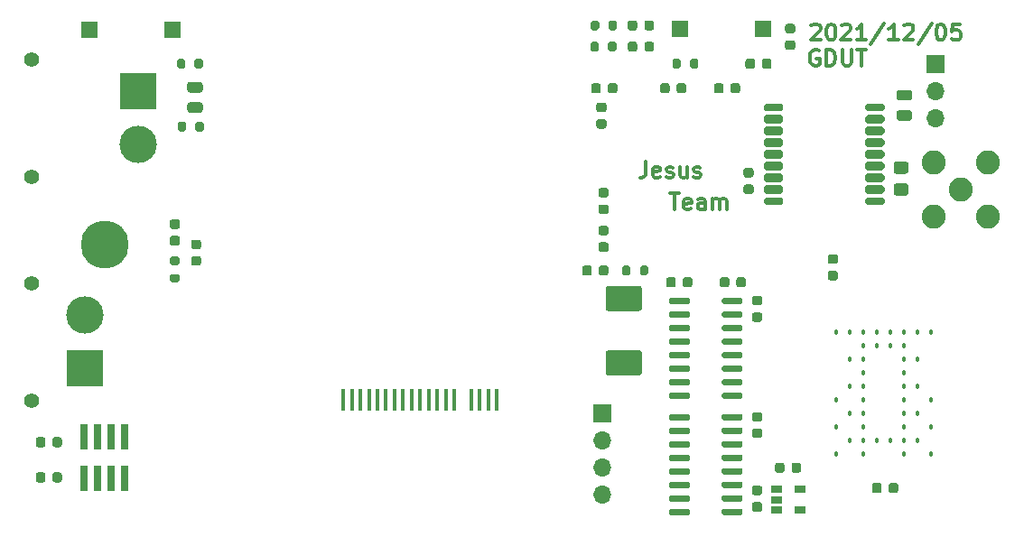
<source format=gbr>
%TF.GenerationSoftware,KiCad,Pcbnew,(5.1.10)-1*%
%TF.CreationDate,2021-12-05T20:13:46+08:00*%
%TF.ProjectId,project,70726f6a-6563-4742-9e6b-696361645f70,1.0.1*%
%TF.SameCoordinates,Original*%
%TF.FileFunction,Soldermask,Top*%
%TF.FilePolarity,Negative*%
%FSLAX46Y46*%
G04 Gerber Fmt 4.6, Leading zero omitted, Abs format (unit mm)*
G04 Created by KiCad (PCBNEW (5.1.10)-1) date 2021-12-05 20:13:46*
%MOMM*%
%LPD*%
G01*
G04 APERTURE LIST*
%ADD10C,0.300000*%
%ADD11O,1.700000X1.700000*%
%ADD12R,1.700000X1.700000*%
%ADD13R,1.060000X0.650000*%
%ADD14C,0.457200*%
%ADD15R,1.500000X1.500000*%
%ADD16C,4.500000*%
%ADD17R,0.740000X2.400000*%
%ADD18R,0.400000X2.000000*%
%ADD19C,3.500000*%
%ADD20R,3.500000X3.500000*%
%ADD21C,1.400000*%
%ADD22C,2.250000*%
G04 APERTURE END LIST*
D10*
X168050000Y-88178571D02*
X168907142Y-88178571D01*
X168478571Y-89678571D02*
X168478571Y-88178571D01*
X169978571Y-89607142D02*
X169835714Y-89678571D01*
X169550000Y-89678571D01*
X169407142Y-89607142D01*
X169335714Y-89464285D01*
X169335714Y-88892857D01*
X169407142Y-88750000D01*
X169550000Y-88678571D01*
X169835714Y-88678571D01*
X169978571Y-88750000D01*
X170050000Y-88892857D01*
X170050000Y-89035714D01*
X169335714Y-89178571D01*
X171335714Y-89678571D02*
X171335714Y-88892857D01*
X171264285Y-88750000D01*
X171121428Y-88678571D01*
X170835714Y-88678571D01*
X170692857Y-88750000D01*
X171335714Y-89607142D02*
X171192857Y-89678571D01*
X170835714Y-89678571D01*
X170692857Y-89607142D01*
X170621428Y-89464285D01*
X170621428Y-89321428D01*
X170692857Y-89178571D01*
X170835714Y-89107142D01*
X171192857Y-89107142D01*
X171335714Y-89035714D01*
X172050000Y-89678571D02*
X172050000Y-88678571D01*
X172050000Y-88821428D02*
X172121428Y-88750000D01*
X172264285Y-88678571D01*
X172478571Y-88678571D01*
X172621428Y-88750000D01*
X172692857Y-88892857D01*
X172692857Y-89678571D01*
X172692857Y-88892857D02*
X172764285Y-88750000D01*
X172907142Y-88678571D01*
X173121428Y-88678571D01*
X173264285Y-88750000D01*
X173335714Y-88892857D01*
X173335714Y-89678571D01*
X165778571Y-85178571D02*
X165778571Y-86250000D01*
X165707142Y-86464285D01*
X165564285Y-86607142D01*
X165350000Y-86678571D01*
X165207142Y-86678571D01*
X167064285Y-86607142D02*
X166921428Y-86678571D01*
X166635714Y-86678571D01*
X166492857Y-86607142D01*
X166421428Y-86464285D01*
X166421428Y-85892857D01*
X166492857Y-85750000D01*
X166635714Y-85678571D01*
X166921428Y-85678571D01*
X167064285Y-85750000D01*
X167135714Y-85892857D01*
X167135714Y-86035714D01*
X166421428Y-86178571D01*
X167707142Y-86607142D02*
X167850000Y-86678571D01*
X168135714Y-86678571D01*
X168278571Y-86607142D01*
X168350000Y-86464285D01*
X168350000Y-86392857D01*
X168278571Y-86250000D01*
X168135714Y-86178571D01*
X167921428Y-86178571D01*
X167778571Y-86107142D01*
X167707142Y-85964285D01*
X167707142Y-85892857D01*
X167778571Y-85750000D01*
X167921428Y-85678571D01*
X168135714Y-85678571D01*
X168278571Y-85750000D01*
X169635714Y-85678571D02*
X169635714Y-86678571D01*
X168992857Y-85678571D02*
X168992857Y-86464285D01*
X169064285Y-86607142D01*
X169207142Y-86678571D01*
X169421428Y-86678571D01*
X169564285Y-86607142D01*
X169635714Y-86535714D01*
X170278571Y-86607142D02*
X170421428Y-86678571D01*
X170707142Y-86678571D01*
X170850000Y-86607142D01*
X170921428Y-86464285D01*
X170921428Y-86392857D01*
X170850000Y-86250000D01*
X170707142Y-86178571D01*
X170492857Y-86178571D01*
X170350000Y-86107142D01*
X170278571Y-85964285D01*
X170278571Y-85892857D01*
X170350000Y-85750000D01*
X170492857Y-85678571D01*
X170707142Y-85678571D01*
X170850000Y-85750000D01*
X181985714Y-74750000D02*
X181842857Y-74678571D01*
X181628571Y-74678571D01*
X181414285Y-74750000D01*
X181271428Y-74892857D01*
X181200000Y-75035714D01*
X181128571Y-75321428D01*
X181128571Y-75535714D01*
X181200000Y-75821428D01*
X181271428Y-75964285D01*
X181414285Y-76107142D01*
X181628571Y-76178571D01*
X181771428Y-76178571D01*
X181985714Y-76107142D01*
X182057142Y-76035714D01*
X182057142Y-75535714D01*
X181771428Y-75535714D01*
X182700000Y-76178571D02*
X182700000Y-74678571D01*
X183057142Y-74678571D01*
X183271428Y-74750000D01*
X183414285Y-74892857D01*
X183485714Y-75035714D01*
X183557142Y-75321428D01*
X183557142Y-75535714D01*
X183485714Y-75821428D01*
X183414285Y-75964285D01*
X183271428Y-76107142D01*
X183057142Y-76178571D01*
X182700000Y-76178571D01*
X184200000Y-74678571D02*
X184200000Y-75892857D01*
X184271428Y-76035714D01*
X184342857Y-76107142D01*
X184485714Y-76178571D01*
X184771428Y-76178571D01*
X184914285Y-76107142D01*
X184985714Y-76035714D01*
X185057142Y-75892857D01*
X185057142Y-74678571D01*
X185557142Y-74678571D02*
X186414285Y-74678571D01*
X185985714Y-76178571D02*
X185985714Y-74678571D01*
X181280714Y-72421428D02*
X181352142Y-72350000D01*
X181495000Y-72278571D01*
X181852142Y-72278571D01*
X181995000Y-72350000D01*
X182066428Y-72421428D01*
X182137857Y-72564285D01*
X182137857Y-72707142D01*
X182066428Y-72921428D01*
X181209285Y-73778571D01*
X182137857Y-73778571D01*
X183066428Y-72278571D02*
X183209285Y-72278571D01*
X183352142Y-72350000D01*
X183423571Y-72421428D01*
X183495000Y-72564285D01*
X183566428Y-72850000D01*
X183566428Y-73207142D01*
X183495000Y-73492857D01*
X183423571Y-73635714D01*
X183352142Y-73707142D01*
X183209285Y-73778571D01*
X183066428Y-73778571D01*
X182923571Y-73707142D01*
X182852142Y-73635714D01*
X182780714Y-73492857D01*
X182709285Y-73207142D01*
X182709285Y-72850000D01*
X182780714Y-72564285D01*
X182852142Y-72421428D01*
X182923571Y-72350000D01*
X183066428Y-72278571D01*
X184137857Y-72421428D02*
X184209285Y-72350000D01*
X184352142Y-72278571D01*
X184709285Y-72278571D01*
X184852142Y-72350000D01*
X184923571Y-72421428D01*
X184995000Y-72564285D01*
X184995000Y-72707142D01*
X184923571Y-72921428D01*
X184066428Y-73778571D01*
X184995000Y-73778571D01*
X186423571Y-73778571D02*
X185566428Y-73778571D01*
X185995000Y-73778571D02*
X185995000Y-72278571D01*
X185852142Y-72492857D01*
X185709285Y-72635714D01*
X185566428Y-72707142D01*
X188137857Y-72207142D02*
X186852142Y-74135714D01*
X189423571Y-73778571D02*
X188566428Y-73778571D01*
X188995000Y-73778571D02*
X188995000Y-72278571D01*
X188852142Y-72492857D01*
X188709285Y-72635714D01*
X188566428Y-72707142D01*
X189995000Y-72421428D02*
X190066428Y-72350000D01*
X190209285Y-72278571D01*
X190566428Y-72278571D01*
X190709285Y-72350000D01*
X190780714Y-72421428D01*
X190852142Y-72564285D01*
X190852142Y-72707142D01*
X190780714Y-72921428D01*
X189923571Y-73778571D01*
X190852142Y-73778571D01*
X192566428Y-72207142D02*
X191280714Y-74135714D01*
X193352142Y-72278571D02*
X193495000Y-72278571D01*
X193637857Y-72350000D01*
X193709285Y-72421428D01*
X193780714Y-72564285D01*
X193852142Y-72850000D01*
X193852142Y-73207142D01*
X193780714Y-73492857D01*
X193709285Y-73635714D01*
X193637857Y-73707142D01*
X193495000Y-73778571D01*
X193352142Y-73778571D01*
X193209285Y-73707142D01*
X193137857Y-73635714D01*
X193066428Y-73492857D01*
X192995000Y-73207142D01*
X192995000Y-72850000D01*
X193066428Y-72564285D01*
X193137857Y-72421428D01*
X193209285Y-72350000D01*
X193352142Y-72278571D01*
X195209285Y-72278571D02*
X194495000Y-72278571D01*
X194423571Y-72992857D01*
X194495000Y-72921428D01*
X194637857Y-72850000D01*
X194995000Y-72850000D01*
X195137857Y-72921428D01*
X195209285Y-72992857D01*
X195280714Y-73135714D01*
X195280714Y-73492857D01*
X195209285Y-73635714D01*
X195137857Y-73707142D01*
X194995000Y-73778571D01*
X194637857Y-73778571D01*
X194495000Y-73707142D01*
X194423571Y-73635714D01*
%TO.C,C57*%
G36*
G01*
X109475000Y-114550000D02*
X109475000Y-115050000D01*
G75*
G02*
X109250000Y-115275000I-225000J0D01*
G01*
X108800000Y-115275000D01*
G75*
G02*
X108575000Y-115050000I0J225000D01*
G01*
X108575000Y-114550000D01*
G75*
G02*
X108800000Y-114325000I225000J0D01*
G01*
X109250000Y-114325000D01*
G75*
G02*
X109475000Y-114550000I0J-225000D01*
G01*
G37*
G36*
G01*
X111025000Y-114550000D02*
X111025000Y-115050000D01*
G75*
G02*
X110800000Y-115275000I-225000J0D01*
G01*
X110350000Y-115275000D01*
G75*
G02*
X110125000Y-115050000I0J225000D01*
G01*
X110125000Y-114550000D01*
G75*
G02*
X110350000Y-114325000I225000J0D01*
G01*
X110800000Y-114325000D01*
G75*
G02*
X111025000Y-114550000I0J-225000D01*
G01*
G37*
%TD*%
%TO.C,C55*%
G36*
G01*
X109475000Y-111250000D02*
X109475000Y-111750000D01*
G75*
G02*
X109250000Y-111975000I-225000J0D01*
G01*
X108800000Y-111975000D01*
G75*
G02*
X108575000Y-111750000I0J225000D01*
G01*
X108575000Y-111250000D01*
G75*
G02*
X108800000Y-111025000I225000J0D01*
G01*
X109250000Y-111025000D01*
G75*
G02*
X109475000Y-111250000I0J-225000D01*
G01*
G37*
G36*
G01*
X111025000Y-111250000D02*
X111025000Y-111750000D01*
G75*
G02*
X110800000Y-111975000I-225000J0D01*
G01*
X110350000Y-111975000D01*
G75*
G02*
X110125000Y-111750000I0J225000D01*
G01*
X110125000Y-111250000D01*
G75*
G02*
X110350000Y-111025000I225000J0D01*
G01*
X110800000Y-111025000D01*
G75*
G02*
X111025000Y-111250000I0J-225000D01*
G01*
G37*
%TD*%
%TO.C,C52*%
G36*
G01*
X189525000Y-80350000D02*
X190475000Y-80350000D01*
G75*
G02*
X190725000Y-80600000I0J-250000D01*
G01*
X190725000Y-81100000D01*
G75*
G02*
X190475000Y-81350000I-250000J0D01*
G01*
X189525000Y-81350000D01*
G75*
G02*
X189275000Y-81100000I0J250000D01*
G01*
X189275000Y-80600000D01*
G75*
G02*
X189525000Y-80350000I250000J0D01*
G01*
G37*
G36*
G01*
X189525000Y-78450000D02*
X190475000Y-78450000D01*
G75*
G02*
X190725000Y-78700000I0J-250000D01*
G01*
X190725000Y-79200000D01*
G75*
G02*
X190475000Y-79450000I-250000J0D01*
G01*
X189525000Y-79450000D01*
G75*
G02*
X189275000Y-79200000I0J250000D01*
G01*
X189275000Y-78700000D01*
G75*
G02*
X189525000Y-78450000I250000J0D01*
G01*
G37*
%TD*%
D11*
%TO.C,J5*%
X192900000Y-81080000D03*
X192900000Y-78540000D03*
D12*
X192900000Y-76000000D03*
%TD*%
%TO.C,U11*%
G36*
G01*
X186350000Y-80275000D02*
X186350000Y-79925000D01*
G75*
G02*
X186525000Y-79750000I175000J0D01*
G01*
X187975000Y-79750000D01*
G75*
G02*
X188150000Y-79925000I0J-175000D01*
G01*
X188150000Y-80275000D01*
G75*
G02*
X187975000Y-80450000I-175000J0D01*
G01*
X186525000Y-80450000D01*
G75*
G02*
X186350000Y-80275000I0J175000D01*
G01*
G37*
G36*
G01*
X186350000Y-81400000D02*
X186350000Y-81000000D01*
G75*
G02*
X186550000Y-80800000I200000J0D01*
G01*
X187950000Y-80800000D01*
G75*
G02*
X188150000Y-81000000I0J-200000D01*
G01*
X188150000Y-81400000D01*
G75*
G02*
X187950000Y-81600000I-200000J0D01*
G01*
X186550000Y-81600000D01*
G75*
G02*
X186350000Y-81400000I0J200000D01*
G01*
G37*
G36*
G01*
X186350000Y-82500000D02*
X186350000Y-82100000D01*
G75*
G02*
X186550000Y-81900000I200000J0D01*
G01*
X187950000Y-81900000D01*
G75*
G02*
X188150000Y-82100000I0J-200000D01*
G01*
X188150000Y-82500000D01*
G75*
G02*
X187950000Y-82700000I-200000J0D01*
G01*
X186550000Y-82700000D01*
G75*
G02*
X186350000Y-82500000I0J200000D01*
G01*
G37*
G36*
G01*
X186350000Y-83600000D02*
X186350000Y-83200000D01*
G75*
G02*
X186550000Y-83000000I200000J0D01*
G01*
X187950000Y-83000000D01*
G75*
G02*
X188150000Y-83200000I0J-200000D01*
G01*
X188150000Y-83600000D01*
G75*
G02*
X187950000Y-83800000I-200000J0D01*
G01*
X186550000Y-83800000D01*
G75*
G02*
X186350000Y-83600000I0J200000D01*
G01*
G37*
G36*
G01*
X186350000Y-84700000D02*
X186350000Y-84300000D01*
G75*
G02*
X186550000Y-84100000I200000J0D01*
G01*
X187950000Y-84100000D01*
G75*
G02*
X188150000Y-84300000I0J-200000D01*
G01*
X188150000Y-84700000D01*
G75*
G02*
X187950000Y-84900000I-200000J0D01*
G01*
X186550000Y-84900000D01*
G75*
G02*
X186350000Y-84700000I0J200000D01*
G01*
G37*
G36*
G01*
X186350000Y-85800000D02*
X186350000Y-85400000D01*
G75*
G02*
X186550000Y-85200000I200000J0D01*
G01*
X187950000Y-85200000D01*
G75*
G02*
X188150000Y-85400000I0J-200000D01*
G01*
X188150000Y-85800000D01*
G75*
G02*
X187950000Y-86000000I-200000J0D01*
G01*
X186550000Y-86000000D01*
G75*
G02*
X186350000Y-85800000I0J200000D01*
G01*
G37*
G36*
G01*
X186350000Y-86900000D02*
X186350000Y-86500000D01*
G75*
G02*
X186550000Y-86300000I200000J0D01*
G01*
X187950000Y-86300000D01*
G75*
G02*
X188150000Y-86500000I0J-200000D01*
G01*
X188150000Y-86900000D01*
G75*
G02*
X187950000Y-87100000I-200000J0D01*
G01*
X186550000Y-87100000D01*
G75*
G02*
X186350000Y-86900000I0J200000D01*
G01*
G37*
G36*
G01*
X186350000Y-88000000D02*
X186350000Y-87600000D01*
G75*
G02*
X186550000Y-87400000I200000J0D01*
G01*
X187950000Y-87400000D01*
G75*
G02*
X188150000Y-87600000I0J-200000D01*
G01*
X188150000Y-88000000D01*
G75*
G02*
X187950000Y-88200000I-200000J0D01*
G01*
X186550000Y-88200000D01*
G75*
G02*
X186350000Y-88000000I0J200000D01*
G01*
G37*
G36*
G01*
X186350000Y-89075000D02*
X186350000Y-88725000D01*
G75*
G02*
X186525000Y-88550000I175000J0D01*
G01*
X187975000Y-88550000D01*
G75*
G02*
X188150000Y-88725000I0J-175000D01*
G01*
X188150000Y-89075000D01*
G75*
G02*
X187975000Y-89250000I-175000J0D01*
G01*
X186525000Y-89250000D01*
G75*
G02*
X186350000Y-89075000I0J175000D01*
G01*
G37*
G36*
G01*
X176850000Y-89075000D02*
X176850000Y-88725000D01*
G75*
G02*
X177025000Y-88550000I175000J0D01*
G01*
X178475000Y-88550000D01*
G75*
G02*
X178650000Y-88725000I0J-175000D01*
G01*
X178650000Y-89075000D01*
G75*
G02*
X178475000Y-89250000I-175000J0D01*
G01*
X177025000Y-89250000D01*
G75*
G02*
X176850000Y-89075000I0J175000D01*
G01*
G37*
G36*
G01*
X176850000Y-88000000D02*
X176850000Y-87600000D01*
G75*
G02*
X177050000Y-87400000I200000J0D01*
G01*
X178450000Y-87400000D01*
G75*
G02*
X178650000Y-87600000I0J-200000D01*
G01*
X178650000Y-88000000D01*
G75*
G02*
X178450000Y-88200000I-200000J0D01*
G01*
X177050000Y-88200000D01*
G75*
G02*
X176850000Y-88000000I0J200000D01*
G01*
G37*
G36*
G01*
X176850000Y-86900000D02*
X176850000Y-86500000D01*
G75*
G02*
X177050000Y-86300000I200000J0D01*
G01*
X178450000Y-86300000D01*
G75*
G02*
X178650000Y-86500000I0J-200000D01*
G01*
X178650000Y-86900000D01*
G75*
G02*
X178450000Y-87100000I-200000J0D01*
G01*
X177050000Y-87100000D01*
G75*
G02*
X176850000Y-86900000I0J200000D01*
G01*
G37*
G36*
G01*
X176850000Y-85800000D02*
X176850000Y-85400000D01*
G75*
G02*
X177050000Y-85200000I200000J0D01*
G01*
X178450000Y-85200000D01*
G75*
G02*
X178650000Y-85400000I0J-200000D01*
G01*
X178650000Y-85800000D01*
G75*
G02*
X178450000Y-86000000I-200000J0D01*
G01*
X177050000Y-86000000D01*
G75*
G02*
X176850000Y-85800000I0J200000D01*
G01*
G37*
G36*
G01*
X176850000Y-84700000D02*
X176850000Y-84300000D01*
G75*
G02*
X177050000Y-84100000I200000J0D01*
G01*
X178450000Y-84100000D01*
G75*
G02*
X178650000Y-84300000I0J-200000D01*
G01*
X178650000Y-84700000D01*
G75*
G02*
X178450000Y-84900000I-200000J0D01*
G01*
X177050000Y-84900000D01*
G75*
G02*
X176850000Y-84700000I0J200000D01*
G01*
G37*
G36*
G01*
X176850000Y-83600000D02*
X176850000Y-83200000D01*
G75*
G02*
X177050000Y-83000000I200000J0D01*
G01*
X178450000Y-83000000D01*
G75*
G02*
X178650000Y-83200000I0J-200000D01*
G01*
X178650000Y-83600000D01*
G75*
G02*
X178450000Y-83800000I-200000J0D01*
G01*
X177050000Y-83800000D01*
G75*
G02*
X176850000Y-83600000I0J200000D01*
G01*
G37*
G36*
G01*
X176850000Y-82500000D02*
X176850000Y-82100000D01*
G75*
G02*
X177050000Y-81900000I200000J0D01*
G01*
X178450000Y-81900000D01*
G75*
G02*
X178650000Y-82100000I0J-200000D01*
G01*
X178650000Y-82500000D01*
G75*
G02*
X178450000Y-82700000I-200000J0D01*
G01*
X177050000Y-82700000D01*
G75*
G02*
X176850000Y-82500000I0J200000D01*
G01*
G37*
G36*
G01*
X176850000Y-81400000D02*
X176850000Y-81000000D01*
G75*
G02*
X177050000Y-80800000I200000J0D01*
G01*
X178450000Y-80800000D01*
G75*
G02*
X178650000Y-81000000I0J-200000D01*
G01*
X178650000Y-81400000D01*
G75*
G02*
X178450000Y-81600000I-200000J0D01*
G01*
X177050000Y-81600000D01*
G75*
G02*
X176850000Y-81400000I0J200000D01*
G01*
G37*
G36*
G01*
X176850000Y-80275000D02*
X176850000Y-79925000D01*
G75*
G02*
X177025000Y-79750000I175000J0D01*
G01*
X178475000Y-79750000D01*
G75*
G02*
X178650000Y-79925000I0J-175000D01*
G01*
X178650000Y-80275000D01*
G75*
G02*
X178475000Y-80450000I-175000J0D01*
G01*
X177025000Y-80450000D01*
G75*
G02*
X176850000Y-80275000I0J175000D01*
G01*
G37*
%TD*%
%TO.C,U10*%
G36*
G01*
X172900000Y-98405000D02*
X172900000Y-98105000D01*
G75*
G02*
X173050000Y-97955000I150000J0D01*
G01*
X174700000Y-97955000D01*
G75*
G02*
X174850000Y-98105000I0J-150000D01*
G01*
X174850000Y-98405000D01*
G75*
G02*
X174700000Y-98555000I-150000J0D01*
G01*
X173050000Y-98555000D01*
G75*
G02*
X172900000Y-98405000I0J150000D01*
G01*
G37*
G36*
G01*
X172900000Y-99675000D02*
X172900000Y-99375000D01*
G75*
G02*
X173050000Y-99225000I150000J0D01*
G01*
X174700000Y-99225000D01*
G75*
G02*
X174850000Y-99375000I0J-150000D01*
G01*
X174850000Y-99675000D01*
G75*
G02*
X174700000Y-99825000I-150000J0D01*
G01*
X173050000Y-99825000D01*
G75*
G02*
X172900000Y-99675000I0J150000D01*
G01*
G37*
G36*
G01*
X172900000Y-100945000D02*
X172900000Y-100645000D01*
G75*
G02*
X173050000Y-100495000I150000J0D01*
G01*
X174700000Y-100495000D01*
G75*
G02*
X174850000Y-100645000I0J-150000D01*
G01*
X174850000Y-100945000D01*
G75*
G02*
X174700000Y-101095000I-150000J0D01*
G01*
X173050000Y-101095000D01*
G75*
G02*
X172900000Y-100945000I0J150000D01*
G01*
G37*
G36*
G01*
X172900000Y-102215000D02*
X172900000Y-101915000D01*
G75*
G02*
X173050000Y-101765000I150000J0D01*
G01*
X174700000Y-101765000D01*
G75*
G02*
X174850000Y-101915000I0J-150000D01*
G01*
X174850000Y-102215000D01*
G75*
G02*
X174700000Y-102365000I-150000J0D01*
G01*
X173050000Y-102365000D01*
G75*
G02*
X172900000Y-102215000I0J150000D01*
G01*
G37*
G36*
G01*
X172900000Y-103485000D02*
X172900000Y-103185000D01*
G75*
G02*
X173050000Y-103035000I150000J0D01*
G01*
X174700000Y-103035000D01*
G75*
G02*
X174850000Y-103185000I0J-150000D01*
G01*
X174850000Y-103485000D01*
G75*
G02*
X174700000Y-103635000I-150000J0D01*
G01*
X173050000Y-103635000D01*
G75*
G02*
X172900000Y-103485000I0J150000D01*
G01*
G37*
G36*
G01*
X172900000Y-104755000D02*
X172900000Y-104455000D01*
G75*
G02*
X173050000Y-104305000I150000J0D01*
G01*
X174700000Y-104305000D01*
G75*
G02*
X174850000Y-104455000I0J-150000D01*
G01*
X174850000Y-104755000D01*
G75*
G02*
X174700000Y-104905000I-150000J0D01*
G01*
X173050000Y-104905000D01*
G75*
G02*
X172900000Y-104755000I0J150000D01*
G01*
G37*
G36*
G01*
X172900000Y-106025000D02*
X172900000Y-105725000D01*
G75*
G02*
X173050000Y-105575000I150000J0D01*
G01*
X174700000Y-105575000D01*
G75*
G02*
X174850000Y-105725000I0J-150000D01*
G01*
X174850000Y-106025000D01*
G75*
G02*
X174700000Y-106175000I-150000J0D01*
G01*
X173050000Y-106175000D01*
G75*
G02*
X172900000Y-106025000I0J150000D01*
G01*
G37*
G36*
G01*
X172900000Y-107295000D02*
X172900000Y-106995000D01*
G75*
G02*
X173050000Y-106845000I150000J0D01*
G01*
X174700000Y-106845000D01*
G75*
G02*
X174850000Y-106995000I0J-150000D01*
G01*
X174850000Y-107295000D01*
G75*
G02*
X174700000Y-107445000I-150000J0D01*
G01*
X173050000Y-107445000D01*
G75*
G02*
X172900000Y-107295000I0J150000D01*
G01*
G37*
G36*
G01*
X167950000Y-107295000D02*
X167950000Y-106995000D01*
G75*
G02*
X168100000Y-106845000I150000J0D01*
G01*
X169750000Y-106845000D01*
G75*
G02*
X169900000Y-106995000I0J-150000D01*
G01*
X169900000Y-107295000D01*
G75*
G02*
X169750000Y-107445000I-150000J0D01*
G01*
X168100000Y-107445000D01*
G75*
G02*
X167950000Y-107295000I0J150000D01*
G01*
G37*
G36*
G01*
X167950000Y-106025000D02*
X167950000Y-105725000D01*
G75*
G02*
X168100000Y-105575000I150000J0D01*
G01*
X169750000Y-105575000D01*
G75*
G02*
X169900000Y-105725000I0J-150000D01*
G01*
X169900000Y-106025000D01*
G75*
G02*
X169750000Y-106175000I-150000J0D01*
G01*
X168100000Y-106175000D01*
G75*
G02*
X167950000Y-106025000I0J150000D01*
G01*
G37*
G36*
G01*
X167950000Y-104755000D02*
X167950000Y-104455000D01*
G75*
G02*
X168100000Y-104305000I150000J0D01*
G01*
X169750000Y-104305000D01*
G75*
G02*
X169900000Y-104455000I0J-150000D01*
G01*
X169900000Y-104755000D01*
G75*
G02*
X169750000Y-104905000I-150000J0D01*
G01*
X168100000Y-104905000D01*
G75*
G02*
X167950000Y-104755000I0J150000D01*
G01*
G37*
G36*
G01*
X167950000Y-103485000D02*
X167950000Y-103185000D01*
G75*
G02*
X168100000Y-103035000I150000J0D01*
G01*
X169750000Y-103035000D01*
G75*
G02*
X169900000Y-103185000I0J-150000D01*
G01*
X169900000Y-103485000D01*
G75*
G02*
X169750000Y-103635000I-150000J0D01*
G01*
X168100000Y-103635000D01*
G75*
G02*
X167950000Y-103485000I0J150000D01*
G01*
G37*
G36*
G01*
X167950000Y-102215000D02*
X167950000Y-101915000D01*
G75*
G02*
X168100000Y-101765000I150000J0D01*
G01*
X169750000Y-101765000D01*
G75*
G02*
X169900000Y-101915000I0J-150000D01*
G01*
X169900000Y-102215000D01*
G75*
G02*
X169750000Y-102365000I-150000J0D01*
G01*
X168100000Y-102365000D01*
G75*
G02*
X167950000Y-102215000I0J150000D01*
G01*
G37*
G36*
G01*
X167950000Y-100945000D02*
X167950000Y-100645000D01*
G75*
G02*
X168100000Y-100495000I150000J0D01*
G01*
X169750000Y-100495000D01*
G75*
G02*
X169900000Y-100645000I0J-150000D01*
G01*
X169900000Y-100945000D01*
G75*
G02*
X169750000Y-101095000I-150000J0D01*
G01*
X168100000Y-101095000D01*
G75*
G02*
X167950000Y-100945000I0J150000D01*
G01*
G37*
G36*
G01*
X167950000Y-99675000D02*
X167950000Y-99375000D01*
G75*
G02*
X168100000Y-99225000I150000J0D01*
G01*
X169750000Y-99225000D01*
G75*
G02*
X169900000Y-99375000I0J-150000D01*
G01*
X169900000Y-99675000D01*
G75*
G02*
X169750000Y-99825000I-150000J0D01*
G01*
X168100000Y-99825000D01*
G75*
G02*
X167950000Y-99675000I0J150000D01*
G01*
G37*
G36*
G01*
X167950000Y-98405000D02*
X167950000Y-98105000D01*
G75*
G02*
X168100000Y-97955000I150000J0D01*
G01*
X169750000Y-97955000D01*
G75*
G02*
X169900000Y-98105000I0J-150000D01*
G01*
X169900000Y-98405000D01*
G75*
G02*
X169750000Y-98555000I-150000J0D01*
G01*
X168100000Y-98555000D01*
G75*
G02*
X167950000Y-98405000I0J150000D01*
G01*
G37*
%TD*%
%TO.C,U9*%
G36*
G01*
X172900000Y-109305000D02*
X172900000Y-109005000D01*
G75*
G02*
X173050000Y-108855000I150000J0D01*
G01*
X174700000Y-108855000D01*
G75*
G02*
X174850000Y-109005000I0J-150000D01*
G01*
X174850000Y-109305000D01*
G75*
G02*
X174700000Y-109455000I-150000J0D01*
G01*
X173050000Y-109455000D01*
G75*
G02*
X172900000Y-109305000I0J150000D01*
G01*
G37*
G36*
G01*
X172900000Y-110575000D02*
X172900000Y-110275000D01*
G75*
G02*
X173050000Y-110125000I150000J0D01*
G01*
X174700000Y-110125000D01*
G75*
G02*
X174850000Y-110275000I0J-150000D01*
G01*
X174850000Y-110575000D01*
G75*
G02*
X174700000Y-110725000I-150000J0D01*
G01*
X173050000Y-110725000D01*
G75*
G02*
X172900000Y-110575000I0J150000D01*
G01*
G37*
G36*
G01*
X172900000Y-111845000D02*
X172900000Y-111545000D01*
G75*
G02*
X173050000Y-111395000I150000J0D01*
G01*
X174700000Y-111395000D01*
G75*
G02*
X174850000Y-111545000I0J-150000D01*
G01*
X174850000Y-111845000D01*
G75*
G02*
X174700000Y-111995000I-150000J0D01*
G01*
X173050000Y-111995000D01*
G75*
G02*
X172900000Y-111845000I0J150000D01*
G01*
G37*
G36*
G01*
X172900000Y-113115000D02*
X172900000Y-112815000D01*
G75*
G02*
X173050000Y-112665000I150000J0D01*
G01*
X174700000Y-112665000D01*
G75*
G02*
X174850000Y-112815000I0J-150000D01*
G01*
X174850000Y-113115000D01*
G75*
G02*
X174700000Y-113265000I-150000J0D01*
G01*
X173050000Y-113265000D01*
G75*
G02*
X172900000Y-113115000I0J150000D01*
G01*
G37*
G36*
G01*
X172900000Y-114385000D02*
X172900000Y-114085000D01*
G75*
G02*
X173050000Y-113935000I150000J0D01*
G01*
X174700000Y-113935000D01*
G75*
G02*
X174850000Y-114085000I0J-150000D01*
G01*
X174850000Y-114385000D01*
G75*
G02*
X174700000Y-114535000I-150000J0D01*
G01*
X173050000Y-114535000D01*
G75*
G02*
X172900000Y-114385000I0J150000D01*
G01*
G37*
G36*
G01*
X172900000Y-115655000D02*
X172900000Y-115355000D01*
G75*
G02*
X173050000Y-115205000I150000J0D01*
G01*
X174700000Y-115205000D01*
G75*
G02*
X174850000Y-115355000I0J-150000D01*
G01*
X174850000Y-115655000D01*
G75*
G02*
X174700000Y-115805000I-150000J0D01*
G01*
X173050000Y-115805000D01*
G75*
G02*
X172900000Y-115655000I0J150000D01*
G01*
G37*
G36*
G01*
X172900000Y-116925000D02*
X172900000Y-116625000D01*
G75*
G02*
X173050000Y-116475000I150000J0D01*
G01*
X174700000Y-116475000D01*
G75*
G02*
X174850000Y-116625000I0J-150000D01*
G01*
X174850000Y-116925000D01*
G75*
G02*
X174700000Y-117075000I-150000J0D01*
G01*
X173050000Y-117075000D01*
G75*
G02*
X172900000Y-116925000I0J150000D01*
G01*
G37*
G36*
G01*
X172900000Y-118195000D02*
X172900000Y-117895000D01*
G75*
G02*
X173050000Y-117745000I150000J0D01*
G01*
X174700000Y-117745000D01*
G75*
G02*
X174850000Y-117895000I0J-150000D01*
G01*
X174850000Y-118195000D01*
G75*
G02*
X174700000Y-118345000I-150000J0D01*
G01*
X173050000Y-118345000D01*
G75*
G02*
X172900000Y-118195000I0J150000D01*
G01*
G37*
G36*
G01*
X167950000Y-118195000D02*
X167950000Y-117895000D01*
G75*
G02*
X168100000Y-117745000I150000J0D01*
G01*
X169750000Y-117745000D01*
G75*
G02*
X169900000Y-117895000I0J-150000D01*
G01*
X169900000Y-118195000D01*
G75*
G02*
X169750000Y-118345000I-150000J0D01*
G01*
X168100000Y-118345000D01*
G75*
G02*
X167950000Y-118195000I0J150000D01*
G01*
G37*
G36*
G01*
X167950000Y-116925000D02*
X167950000Y-116625000D01*
G75*
G02*
X168100000Y-116475000I150000J0D01*
G01*
X169750000Y-116475000D01*
G75*
G02*
X169900000Y-116625000I0J-150000D01*
G01*
X169900000Y-116925000D01*
G75*
G02*
X169750000Y-117075000I-150000J0D01*
G01*
X168100000Y-117075000D01*
G75*
G02*
X167950000Y-116925000I0J150000D01*
G01*
G37*
G36*
G01*
X167950000Y-115655000D02*
X167950000Y-115355000D01*
G75*
G02*
X168100000Y-115205000I150000J0D01*
G01*
X169750000Y-115205000D01*
G75*
G02*
X169900000Y-115355000I0J-150000D01*
G01*
X169900000Y-115655000D01*
G75*
G02*
X169750000Y-115805000I-150000J0D01*
G01*
X168100000Y-115805000D01*
G75*
G02*
X167950000Y-115655000I0J150000D01*
G01*
G37*
G36*
G01*
X167950000Y-114385000D02*
X167950000Y-114085000D01*
G75*
G02*
X168100000Y-113935000I150000J0D01*
G01*
X169750000Y-113935000D01*
G75*
G02*
X169900000Y-114085000I0J-150000D01*
G01*
X169900000Y-114385000D01*
G75*
G02*
X169750000Y-114535000I-150000J0D01*
G01*
X168100000Y-114535000D01*
G75*
G02*
X167950000Y-114385000I0J150000D01*
G01*
G37*
G36*
G01*
X167950000Y-113115000D02*
X167950000Y-112815000D01*
G75*
G02*
X168100000Y-112665000I150000J0D01*
G01*
X169750000Y-112665000D01*
G75*
G02*
X169900000Y-112815000I0J-150000D01*
G01*
X169900000Y-113115000D01*
G75*
G02*
X169750000Y-113265000I-150000J0D01*
G01*
X168100000Y-113265000D01*
G75*
G02*
X167950000Y-113115000I0J150000D01*
G01*
G37*
G36*
G01*
X167950000Y-111845000D02*
X167950000Y-111545000D01*
G75*
G02*
X168100000Y-111395000I150000J0D01*
G01*
X169750000Y-111395000D01*
G75*
G02*
X169900000Y-111545000I0J-150000D01*
G01*
X169900000Y-111845000D01*
G75*
G02*
X169750000Y-111995000I-150000J0D01*
G01*
X168100000Y-111995000D01*
G75*
G02*
X167950000Y-111845000I0J150000D01*
G01*
G37*
G36*
G01*
X167950000Y-110575000D02*
X167950000Y-110275000D01*
G75*
G02*
X168100000Y-110125000I150000J0D01*
G01*
X169750000Y-110125000D01*
G75*
G02*
X169900000Y-110275000I0J-150000D01*
G01*
X169900000Y-110575000D01*
G75*
G02*
X169750000Y-110725000I-150000J0D01*
G01*
X168100000Y-110725000D01*
G75*
G02*
X167950000Y-110575000I0J150000D01*
G01*
G37*
G36*
G01*
X167950000Y-109305000D02*
X167950000Y-109005000D01*
G75*
G02*
X168100000Y-108855000I150000J0D01*
G01*
X169750000Y-108855000D01*
G75*
G02*
X169900000Y-109005000I0J-150000D01*
G01*
X169900000Y-109305000D01*
G75*
G02*
X169750000Y-109455000I-150000J0D01*
G01*
X168100000Y-109455000D01*
G75*
G02*
X167950000Y-109305000I0J150000D01*
G01*
G37*
%TD*%
D13*
%TO.C,U8*%
X180200000Y-115950000D03*
X180200000Y-117850000D03*
X178000000Y-117850000D03*
X178000000Y-116900000D03*
X178000000Y-115950000D03*
%TD*%
D12*
%TO.C,U7*%
X161700000Y-108820000D03*
D11*
X161700000Y-111360000D03*
X161700000Y-113900000D03*
X161700000Y-116440000D03*
%TD*%
D14*
%TO.C,U6*%
X183655000Y-101185000D03*
X184925000Y-101185000D03*
X186195000Y-101185000D03*
X187465000Y-101185000D03*
X188735000Y-101185000D03*
X190005000Y-101185000D03*
X191275000Y-101185000D03*
X192545000Y-101185000D03*
X186195000Y-102455000D03*
X187465000Y-102455000D03*
X188735000Y-102455000D03*
X190005000Y-102455000D03*
X184925000Y-103725000D03*
X186195000Y-103725000D03*
X190005000Y-103725000D03*
X191275000Y-103725000D03*
X186195000Y-104995000D03*
X190005000Y-104995000D03*
X184925000Y-106265000D03*
X186195000Y-106265000D03*
X190005000Y-106265000D03*
X191275000Y-106265000D03*
X183655000Y-107535000D03*
X186195000Y-107535000D03*
X190005000Y-107535000D03*
X192545000Y-107535000D03*
X184925000Y-108805000D03*
X186195000Y-108805000D03*
X190005000Y-108805000D03*
X191275000Y-108805000D03*
X183655000Y-110075000D03*
X186195000Y-110075000D03*
X190005000Y-110075000D03*
X192545000Y-110075000D03*
X184925000Y-111345000D03*
X186195000Y-111345000D03*
X187465000Y-111345000D03*
X188735000Y-111345000D03*
X190005000Y-111345000D03*
X191275000Y-111345000D03*
X183655000Y-112615000D03*
X186195000Y-112615000D03*
X190005000Y-112615000D03*
X192545000Y-112615000D03*
%TD*%
D15*
%TO.C,SW2*%
X168989600Y-72767667D03*
X176789600Y-72767667D03*
%TD*%
%TO.C,SW1*%
X121400000Y-72800000D03*
X113600000Y-72800000D03*
%TD*%
%TO.C,R19*%
G36*
G01*
X169900000Y-76275000D02*
X169900000Y-75725000D01*
G75*
G02*
X170100000Y-75525000I200000J0D01*
G01*
X170500000Y-75525000D01*
G75*
G02*
X170700000Y-75725000I0J-200000D01*
G01*
X170700000Y-76275000D01*
G75*
G02*
X170500000Y-76475000I-200000J0D01*
G01*
X170100000Y-76475000D01*
G75*
G02*
X169900000Y-76275000I0J200000D01*
G01*
G37*
G36*
G01*
X168250000Y-76275000D02*
X168250000Y-75725000D01*
G75*
G02*
X168450000Y-75525000I200000J0D01*
G01*
X168850000Y-75525000D01*
G75*
G02*
X169050000Y-75725000I0J-200000D01*
G01*
X169050000Y-76275000D01*
G75*
G02*
X168850000Y-76475000I-200000J0D01*
G01*
X168450000Y-76475000D01*
G75*
G02*
X168250000Y-76275000I0J200000D01*
G01*
G37*
%TD*%
%TO.C,R18*%
G36*
G01*
X162225000Y-74675000D02*
X162225000Y-74125000D01*
G75*
G02*
X162425000Y-73925000I200000J0D01*
G01*
X162825000Y-73925000D01*
G75*
G02*
X163025000Y-74125000I0J-200000D01*
G01*
X163025000Y-74675000D01*
G75*
G02*
X162825000Y-74875000I-200000J0D01*
G01*
X162425000Y-74875000D01*
G75*
G02*
X162225000Y-74675000I0J200000D01*
G01*
G37*
G36*
G01*
X160575000Y-74675000D02*
X160575000Y-74125000D01*
G75*
G02*
X160775000Y-73925000I200000J0D01*
G01*
X161175000Y-73925000D01*
G75*
G02*
X161375000Y-74125000I0J-200000D01*
G01*
X161375000Y-74675000D01*
G75*
G02*
X161175000Y-74875000I-200000J0D01*
G01*
X160775000Y-74875000D01*
G75*
G02*
X160575000Y-74675000I0J200000D01*
G01*
G37*
%TD*%
%TO.C,R17*%
G36*
G01*
X162250000Y-72675000D02*
X162250000Y-72125000D01*
G75*
G02*
X162450000Y-71925000I200000J0D01*
G01*
X162850000Y-71925000D01*
G75*
G02*
X163050000Y-72125000I0J-200000D01*
G01*
X163050000Y-72675000D01*
G75*
G02*
X162850000Y-72875000I-200000J0D01*
G01*
X162450000Y-72875000D01*
G75*
G02*
X162250000Y-72675000I0J200000D01*
G01*
G37*
G36*
G01*
X160600000Y-72675000D02*
X160600000Y-72125000D01*
G75*
G02*
X160800000Y-71925000I200000J0D01*
G01*
X161200000Y-71925000D01*
G75*
G02*
X161400000Y-72125000I0J-200000D01*
G01*
X161400000Y-72675000D01*
G75*
G02*
X161200000Y-72875000I-200000J0D01*
G01*
X160800000Y-72875000D01*
G75*
G02*
X160600000Y-72675000I0J200000D01*
G01*
G37*
%TD*%
%TO.C,R16*%
G36*
G01*
X165200000Y-95675000D02*
X165200000Y-95125000D01*
G75*
G02*
X165400000Y-94925000I200000J0D01*
G01*
X165800000Y-94925000D01*
G75*
G02*
X166000000Y-95125000I0J-200000D01*
G01*
X166000000Y-95675000D01*
G75*
G02*
X165800000Y-95875000I-200000J0D01*
G01*
X165400000Y-95875000D01*
G75*
G02*
X165200000Y-95675000I0J200000D01*
G01*
G37*
G36*
G01*
X163550000Y-95675000D02*
X163550000Y-95125000D01*
G75*
G02*
X163750000Y-94925000I200000J0D01*
G01*
X164150000Y-94925000D01*
G75*
G02*
X164350000Y-95125000I0J-200000D01*
G01*
X164350000Y-95675000D01*
G75*
G02*
X164150000Y-95875000I-200000J0D01*
G01*
X163750000Y-95875000D01*
G75*
G02*
X163550000Y-95675000I0J200000D01*
G01*
G37*
%TD*%
%TO.C,R13*%
G36*
G01*
X121875000Y-94875000D02*
X121325000Y-94875000D01*
G75*
G02*
X121125000Y-94675000I0J200000D01*
G01*
X121125000Y-94275000D01*
G75*
G02*
X121325000Y-94075000I200000J0D01*
G01*
X121875000Y-94075000D01*
G75*
G02*
X122075000Y-94275000I0J-200000D01*
G01*
X122075000Y-94675000D01*
G75*
G02*
X121875000Y-94875000I-200000J0D01*
G01*
G37*
G36*
G01*
X121875000Y-96525000D02*
X121325000Y-96525000D01*
G75*
G02*
X121125000Y-96325000I0J200000D01*
G01*
X121125000Y-95925000D01*
G75*
G02*
X121325000Y-95725000I200000J0D01*
G01*
X121875000Y-95725000D01*
G75*
G02*
X122075000Y-95925000I0J-200000D01*
G01*
X122075000Y-96325000D01*
G75*
G02*
X121875000Y-96525000I-200000J0D01*
G01*
G37*
%TD*%
%TO.C,R5*%
G36*
G01*
X123450000Y-76275000D02*
X123450000Y-75725000D01*
G75*
G02*
X123650000Y-75525000I200000J0D01*
G01*
X124050000Y-75525000D01*
G75*
G02*
X124250000Y-75725000I0J-200000D01*
G01*
X124250000Y-76275000D01*
G75*
G02*
X124050000Y-76475000I-200000J0D01*
G01*
X123650000Y-76475000D01*
G75*
G02*
X123450000Y-76275000I0J200000D01*
G01*
G37*
G36*
G01*
X121800000Y-76275000D02*
X121800000Y-75725000D01*
G75*
G02*
X122000000Y-75525000I200000J0D01*
G01*
X122400000Y-75525000D01*
G75*
G02*
X122600000Y-75725000I0J-200000D01*
G01*
X122600000Y-76275000D01*
G75*
G02*
X122400000Y-76475000I-200000J0D01*
G01*
X122000000Y-76475000D01*
G75*
G02*
X121800000Y-76275000I0J200000D01*
G01*
G37*
%TD*%
%TO.C,R4*%
G36*
G01*
X122675000Y-81625000D02*
X122675000Y-82175000D01*
G75*
G02*
X122475000Y-82375000I-200000J0D01*
G01*
X122075000Y-82375000D01*
G75*
G02*
X121875000Y-82175000I0J200000D01*
G01*
X121875000Y-81625000D01*
G75*
G02*
X122075000Y-81425000I200000J0D01*
G01*
X122475000Y-81425000D01*
G75*
G02*
X122675000Y-81625000I0J-200000D01*
G01*
G37*
G36*
G01*
X124325000Y-81625000D02*
X124325000Y-82175000D01*
G75*
G02*
X124125000Y-82375000I-200000J0D01*
G01*
X123725000Y-82375000D01*
G75*
G02*
X123525000Y-82175000I0J200000D01*
G01*
X123525000Y-81625000D01*
G75*
G02*
X123725000Y-81425000I200000J0D01*
G01*
X124125000Y-81425000D01*
G75*
G02*
X124325000Y-81625000I0J-200000D01*
G01*
G37*
%TD*%
D16*
%TO.C,M1*%
X115000000Y-92950000D03*
D17*
X113095000Y-114900000D03*
X114365000Y-111000000D03*
X115635000Y-114900000D03*
X115635000Y-111000000D03*
X116905000Y-114900000D03*
X114365000Y-114900000D03*
X113095000Y-111000000D03*
X116905000Y-111000000D03*
%TD*%
D18*
%TO.C,LCD1*%
X151800000Y-107500000D03*
X151000000Y-107500000D03*
X150200000Y-107500000D03*
X149400000Y-107500000D03*
X137400000Y-107500000D03*
X138200000Y-107500000D03*
X139000000Y-107500000D03*
X139800000Y-107500000D03*
X140600000Y-107500000D03*
X141400000Y-107500000D03*
X142200000Y-107500000D03*
X143000000Y-107500000D03*
X143800000Y-107500000D03*
X144600000Y-107500000D03*
X145400000Y-107500000D03*
X146200000Y-107500000D03*
X147000000Y-107500000D03*
X147800000Y-107500000D03*
%TD*%
%TO.C,L4*%
G36*
G01*
X189249999Y-87225000D02*
X190150001Y-87225000D01*
G75*
G02*
X190400000Y-87474999I0J-249999D01*
G01*
X190400000Y-88125001D01*
G75*
G02*
X190150001Y-88375000I-249999J0D01*
G01*
X189249999Y-88375000D01*
G75*
G02*
X189000000Y-88125001I0J249999D01*
G01*
X189000000Y-87474999D01*
G75*
G02*
X189249999Y-87225000I249999J0D01*
G01*
G37*
G36*
G01*
X189249999Y-85175000D02*
X190150001Y-85175000D01*
G75*
G02*
X190400000Y-85424999I0J-249999D01*
G01*
X190400000Y-86075001D01*
G75*
G02*
X190150001Y-86325000I-249999J0D01*
G01*
X189249999Y-86325000D01*
G75*
G02*
X189000000Y-86075001I0J249999D01*
G01*
X189000000Y-85424999D01*
G75*
G02*
X189249999Y-85175000I249999J0D01*
G01*
G37*
%TD*%
%TO.C,L3*%
G36*
G01*
X162232667Y-102890400D02*
X165162667Y-102890400D01*
G75*
G02*
X165397667Y-103125400I0J-235000D01*
G01*
X165397667Y-105005400D01*
G75*
G02*
X165162667Y-105240400I-235000J0D01*
G01*
X162232667Y-105240400D01*
G75*
G02*
X161997667Y-105005400I0J235000D01*
G01*
X161997667Y-103125400D01*
G75*
G02*
X162232667Y-102890400I235000J0D01*
G01*
G37*
G36*
G01*
X162232667Y-96840400D02*
X165162667Y-96840400D01*
G75*
G02*
X165397667Y-97075400I0J-235000D01*
G01*
X165397667Y-98955400D01*
G75*
G02*
X165162667Y-99190400I-235000J0D01*
G01*
X162232667Y-99190400D01*
G75*
G02*
X161997667Y-98955400I0J235000D01*
G01*
X161997667Y-97075400D01*
G75*
G02*
X162232667Y-96840400I235000J0D01*
G01*
G37*
%TD*%
D19*
%TO.C,J4*%
X113200000Y-99600000D03*
D20*
X113200000Y-104600000D03*
D21*
X108200000Y-96600000D03*
X108200000Y-107600000D03*
%TD*%
D22*
%TO.C,J2*%
X192760000Y-85260000D03*
X197840000Y-85260000D03*
X197840000Y-90340000D03*
X192760000Y-90340000D03*
X195300000Y-87800000D03*
%TD*%
D19*
%TO.C,J1*%
X118200000Y-83600000D03*
D20*
X118200000Y-78600000D03*
D21*
X108200000Y-86600000D03*
X108200000Y-75600000D03*
%TD*%
%TO.C,D3*%
G36*
G01*
X164950000Y-74143750D02*
X164950000Y-74656250D01*
G75*
G02*
X164731250Y-74875000I-218750J0D01*
G01*
X164293750Y-74875000D01*
G75*
G02*
X164075000Y-74656250I0J218750D01*
G01*
X164075000Y-74143750D01*
G75*
G02*
X164293750Y-73925000I218750J0D01*
G01*
X164731250Y-73925000D01*
G75*
G02*
X164950000Y-74143750I0J-218750D01*
G01*
G37*
G36*
G01*
X166525000Y-74143750D02*
X166525000Y-74656250D01*
G75*
G02*
X166306250Y-74875000I-218750J0D01*
G01*
X165868750Y-74875000D01*
G75*
G02*
X165650000Y-74656250I0J218750D01*
G01*
X165650000Y-74143750D01*
G75*
G02*
X165868750Y-73925000I218750J0D01*
G01*
X166306250Y-73925000D01*
G75*
G02*
X166525000Y-74143750I0J-218750D01*
G01*
G37*
%TD*%
%TO.C,D2*%
G36*
G01*
X164950000Y-72143750D02*
X164950000Y-72656250D01*
G75*
G02*
X164731250Y-72875000I-218750J0D01*
G01*
X164293750Y-72875000D01*
G75*
G02*
X164075000Y-72656250I0J218750D01*
G01*
X164075000Y-72143750D01*
G75*
G02*
X164293750Y-71925000I218750J0D01*
G01*
X164731250Y-71925000D01*
G75*
G02*
X164950000Y-72143750I0J-218750D01*
G01*
G37*
G36*
G01*
X166525000Y-72143750D02*
X166525000Y-72656250D01*
G75*
G02*
X166306250Y-72875000I-218750J0D01*
G01*
X165868750Y-72875000D01*
G75*
G02*
X165650000Y-72656250I0J218750D01*
G01*
X165650000Y-72143750D01*
G75*
G02*
X165868750Y-71925000I218750J0D01*
G01*
X166306250Y-71925000D01*
G75*
G02*
X166525000Y-72143750I0J-218750D01*
G01*
G37*
%TD*%
%TO.C,C50*%
G36*
G01*
X175650000Y-86675000D02*
X175150000Y-86675000D01*
G75*
G02*
X174925000Y-86450000I0J225000D01*
G01*
X174925000Y-86000000D01*
G75*
G02*
X175150000Y-85775000I225000J0D01*
G01*
X175650000Y-85775000D01*
G75*
G02*
X175875000Y-86000000I0J-225000D01*
G01*
X175875000Y-86450000D01*
G75*
G02*
X175650000Y-86675000I-225000J0D01*
G01*
G37*
G36*
G01*
X175650000Y-88225000D02*
X175150000Y-88225000D01*
G75*
G02*
X174925000Y-88000000I0J225000D01*
G01*
X174925000Y-87550000D01*
G75*
G02*
X175150000Y-87325000I225000J0D01*
G01*
X175650000Y-87325000D01*
G75*
G02*
X175875000Y-87550000I0J-225000D01*
G01*
X175875000Y-88000000D01*
G75*
G02*
X175650000Y-88225000I-225000J0D01*
G01*
G37*
%TD*%
%TO.C,C46*%
G36*
G01*
X169225000Y-96750000D02*
X169225000Y-96250000D01*
G75*
G02*
X169450000Y-96025000I225000J0D01*
G01*
X169900000Y-96025000D01*
G75*
G02*
X170125000Y-96250000I0J-225000D01*
G01*
X170125000Y-96750000D01*
G75*
G02*
X169900000Y-96975000I-225000J0D01*
G01*
X169450000Y-96975000D01*
G75*
G02*
X169225000Y-96750000I0J225000D01*
G01*
G37*
G36*
G01*
X167675000Y-96750000D02*
X167675000Y-96250000D01*
G75*
G02*
X167900000Y-96025000I225000J0D01*
G01*
X168350000Y-96025000D01*
G75*
G02*
X168575000Y-96250000I0J-225000D01*
G01*
X168575000Y-96750000D01*
G75*
G02*
X168350000Y-96975000I-225000J0D01*
G01*
X167900000Y-96975000D01*
G75*
G02*
X167675000Y-96750000I0J225000D01*
G01*
G37*
%TD*%
%TO.C,C43*%
G36*
G01*
X175950000Y-110225000D02*
X176450000Y-110225000D01*
G75*
G02*
X176675000Y-110450000I0J-225000D01*
G01*
X176675000Y-110900000D01*
G75*
G02*
X176450000Y-111125000I-225000J0D01*
G01*
X175950000Y-111125000D01*
G75*
G02*
X175725000Y-110900000I0J225000D01*
G01*
X175725000Y-110450000D01*
G75*
G02*
X175950000Y-110225000I225000J0D01*
G01*
G37*
G36*
G01*
X175950000Y-108675000D02*
X176450000Y-108675000D01*
G75*
G02*
X176675000Y-108900000I0J-225000D01*
G01*
X176675000Y-109350000D01*
G75*
G02*
X176450000Y-109575000I-225000J0D01*
G01*
X175950000Y-109575000D01*
G75*
G02*
X175725000Y-109350000I0J225000D01*
G01*
X175725000Y-108900000D01*
G75*
G02*
X175950000Y-108675000I225000J0D01*
G01*
G37*
%TD*%
%TO.C,C41*%
G36*
G01*
X175950000Y-99325000D02*
X176450000Y-99325000D01*
G75*
G02*
X176675000Y-99550000I0J-225000D01*
G01*
X176675000Y-100000000D01*
G75*
G02*
X176450000Y-100225000I-225000J0D01*
G01*
X175950000Y-100225000D01*
G75*
G02*
X175725000Y-100000000I0J225000D01*
G01*
X175725000Y-99550000D01*
G75*
G02*
X175950000Y-99325000I225000J0D01*
G01*
G37*
G36*
G01*
X175950000Y-97775000D02*
X176450000Y-97775000D01*
G75*
G02*
X176675000Y-98000000I0J-225000D01*
G01*
X176675000Y-98450000D01*
G75*
G02*
X176450000Y-98675000I-225000J0D01*
G01*
X175950000Y-98675000D01*
G75*
G02*
X175725000Y-98450000I0J225000D01*
G01*
X175725000Y-98000000D01*
G75*
G02*
X175950000Y-97775000I225000J0D01*
G01*
G37*
%TD*%
%TO.C,C39*%
G36*
G01*
X178775000Y-113650000D02*
X178775000Y-114150000D01*
G75*
G02*
X178550000Y-114375000I-225000J0D01*
G01*
X178100000Y-114375000D01*
G75*
G02*
X177875000Y-114150000I0J225000D01*
G01*
X177875000Y-113650000D01*
G75*
G02*
X178100000Y-113425000I225000J0D01*
G01*
X178550000Y-113425000D01*
G75*
G02*
X178775000Y-113650000I0J-225000D01*
G01*
G37*
G36*
G01*
X180325000Y-113650000D02*
X180325000Y-114150000D01*
G75*
G02*
X180100000Y-114375000I-225000J0D01*
G01*
X179650000Y-114375000D01*
G75*
G02*
X179425000Y-114150000I0J225000D01*
G01*
X179425000Y-113650000D01*
G75*
G02*
X179650000Y-113425000I225000J0D01*
G01*
X180100000Y-113425000D01*
G75*
G02*
X180325000Y-113650000I0J-225000D01*
G01*
G37*
%TD*%
%TO.C,C38*%
G36*
G01*
X188525000Y-116050000D02*
X188525000Y-115550000D01*
G75*
G02*
X188750000Y-115325000I225000J0D01*
G01*
X189200000Y-115325000D01*
G75*
G02*
X189425000Y-115550000I0J-225000D01*
G01*
X189425000Y-116050000D01*
G75*
G02*
X189200000Y-116275000I-225000J0D01*
G01*
X188750000Y-116275000D01*
G75*
G02*
X188525000Y-116050000I0J225000D01*
G01*
G37*
G36*
G01*
X186975000Y-116050000D02*
X186975000Y-115550000D01*
G75*
G02*
X187200000Y-115325000I225000J0D01*
G01*
X187650000Y-115325000D01*
G75*
G02*
X187875000Y-115550000I0J-225000D01*
G01*
X187875000Y-116050000D01*
G75*
G02*
X187650000Y-116275000I-225000J0D01*
G01*
X187200000Y-116275000D01*
G75*
G02*
X186975000Y-116050000I0J225000D01*
G01*
G37*
%TD*%
%TO.C,C35*%
G36*
G01*
X176450000Y-116475000D02*
X175950000Y-116475000D01*
G75*
G02*
X175725000Y-116250000I0J225000D01*
G01*
X175725000Y-115800000D01*
G75*
G02*
X175950000Y-115575000I225000J0D01*
G01*
X176450000Y-115575000D01*
G75*
G02*
X176675000Y-115800000I0J-225000D01*
G01*
X176675000Y-116250000D01*
G75*
G02*
X176450000Y-116475000I-225000J0D01*
G01*
G37*
G36*
G01*
X176450000Y-118025000D02*
X175950000Y-118025000D01*
G75*
G02*
X175725000Y-117800000I0J225000D01*
G01*
X175725000Y-117350000D01*
G75*
G02*
X175950000Y-117125000I225000J0D01*
G01*
X176450000Y-117125000D01*
G75*
G02*
X176675000Y-117350000I0J-225000D01*
G01*
X176675000Y-117800000D01*
G75*
G02*
X176450000Y-118025000I-225000J0D01*
G01*
G37*
%TD*%
%TO.C,C33*%
G36*
G01*
X160700000Y-95150000D02*
X160700000Y-95650000D01*
G75*
G02*
X160475000Y-95875000I-225000J0D01*
G01*
X160025000Y-95875000D01*
G75*
G02*
X159800000Y-95650000I0J225000D01*
G01*
X159800000Y-95150000D01*
G75*
G02*
X160025000Y-94925000I225000J0D01*
G01*
X160475000Y-94925000D01*
G75*
G02*
X160700000Y-95150000I0J-225000D01*
G01*
G37*
G36*
G01*
X162250000Y-95150000D02*
X162250000Y-95650000D01*
G75*
G02*
X162025000Y-95875000I-225000J0D01*
G01*
X161575000Y-95875000D01*
G75*
G02*
X161350000Y-95650000I0J225000D01*
G01*
X161350000Y-95150000D01*
G75*
G02*
X161575000Y-94925000I225000J0D01*
G01*
X162025000Y-94925000D01*
G75*
G02*
X162250000Y-95150000I0J-225000D01*
G01*
G37*
%TD*%
%TO.C,C31*%
G36*
G01*
X161350000Y-81200000D02*
X161850000Y-81200000D01*
G75*
G02*
X162075000Y-81425000I0J-225000D01*
G01*
X162075000Y-81875000D01*
G75*
G02*
X161850000Y-82100000I-225000J0D01*
G01*
X161350000Y-82100000D01*
G75*
G02*
X161125000Y-81875000I0J225000D01*
G01*
X161125000Y-81425000D01*
G75*
G02*
X161350000Y-81200000I225000J0D01*
G01*
G37*
G36*
G01*
X161350000Y-79650000D02*
X161850000Y-79650000D01*
G75*
G02*
X162075000Y-79875000I0J-225000D01*
G01*
X162075000Y-80325000D01*
G75*
G02*
X161850000Y-80550000I-225000J0D01*
G01*
X161350000Y-80550000D01*
G75*
G02*
X161125000Y-80325000I0J225000D01*
G01*
X161125000Y-79875000D01*
G75*
G02*
X161350000Y-79650000I225000J0D01*
G01*
G37*
%TD*%
%TO.C,C29*%
G36*
G01*
X161550000Y-78050000D02*
X161550000Y-78550000D01*
G75*
G02*
X161325000Y-78775000I-225000J0D01*
G01*
X160875000Y-78775000D01*
G75*
G02*
X160650000Y-78550000I0J225000D01*
G01*
X160650000Y-78050000D01*
G75*
G02*
X160875000Y-77825000I225000J0D01*
G01*
X161325000Y-77825000D01*
G75*
G02*
X161550000Y-78050000I0J-225000D01*
G01*
G37*
G36*
G01*
X163100000Y-78050000D02*
X163100000Y-78550000D01*
G75*
G02*
X162875000Y-78775000I-225000J0D01*
G01*
X162425000Y-78775000D01*
G75*
G02*
X162200000Y-78550000I0J225000D01*
G01*
X162200000Y-78050000D01*
G75*
G02*
X162425000Y-77825000I225000J0D01*
G01*
X162875000Y-77825000D01*
G75*
G02*
X163100000Y-78050000I0J-225000D01*
G01*
G37*
%TD*%
%TO.C,C28*%
G36*
G01*
X183550000Y-94775000D02*
X183050000Y-94775000D01*
G75*
G02*
X182825000Y-94550000I0J225000D01*
G01*
X182825000Y-94100000D01*
G75*
G02*
X183050000Y-93875000I225000J0D01*
G01*
X183550000Y-93875000D01*
G75*
G02*
X183775000Y-94100000I0J-225000D01*
G01*
X183775000Y-94550000D01*
G75*
G02*
X183550000Y-94775000I-225000J0D01*
G01*
G37*
G36*
G01*
X183550000Y-96325000D02*
X183050000Y-96325000D01*
G75*
G02*
X182825000Y-96100000I0J225000D01*
G01*
X182825000Y-95650000D01*
G75*
G02*
X183050000Y-95425000I225000J0D01*
G01*
X183550000Y-95425000D01*
G75*
G02*
X183775000Y-95650000I0J-225000D01*
G01*
X183775000Y-96100000D01*
G75*
G02*
X183550000Y-96325000I-225000J0D01*
G01*
G37*
%TD*%
%TO.C,C27*%
G36*
G01*
X174250000Y-96750000D02*
X174250000Y-96250000D01*
G75*
G02*
X174475000Y-96025000I225000J0D01*
G01*
X174925000Y-96025000D01*
G75*
G02*
X175150000Y-96250000I0J-225000D01*
G01*
X175150000Y-96750000D01*
G75*
G02*
X174925000Y-96975000I-225000J0D01*
G01*
X174475000Y-96975000D01*
G75*
G02*
X174250000Y-96750000I0J225000D01*
G01*
G37*
G36*
G01*
X172700000Y-96750000D02*
X172700000Y-96250000D01*
G75*
G02*
X172925000Y-96025000I225000J0D01*
G01*
X173375000Y-96025000D01*
G75*
G02*
X173600000Y-96250000I0J-225000D01*
G01*
X173600000Y-96750000D01*
G75*
G02*
X173375000Y-96975000I-225000J0D01*
G01*
X172925000Y-96975000D01*
G75*
G02*
X172700000Y-96750000I0J225000D01*
G01*
G37*
%TD*%
%TO.C,C26*%
G36*
G01*
X179550000Y-73150000D02*
X179050000Y-73150000D01*
G75*
G02*
X178825000Y-72925000I0J225000D01*
G01*
X178825000Y-72475000D01*
G75*
G02*
X179050000Y-72250000I225000J0D01*
G01*
X179550000Y-72250000D01*
G75*
G02*
X179775000Y-72475000I0J-225000D01*
G01*
X179775000Y-72925000D01*
G75*
G02*
X179550000Y-73150000I-225000J0D01*
G01*
G37*
G36*
G01*
X179550000Y-74700000D02*
X179050000Y-74700000D01*
G75*
G02*
X178825000Y-74475000I0J225000D01*
G01*
X178825000Y-74025000D01*
G75*
G02*
X179050000Y-73800000I225000J0D01*
G01*
X179550000Y-73800000D01*
G75*
G02*
X179775000Y-74025000I0J-225000D01*
G01*
X179775000Y-74475000D01*
G75*
G02*
X179550000Y-74700000I-225000J0D01*
G01*
G37*
%TD*%
%TO.C,C24*%
G36*
G01*
X176650000Y-76250000D02*
X176650000Y-75750000D01*
G75*
G02*
X176875000Y-75525000I225000J0D01*
G01*
X177325000Y-75525000D01*
G75*
G02*
X177550000Y-75750000I0J-225000D01*
G01*
X177550000Y-76250000D01*
G75*
G02*
X177325000Y-76475000I-225000J0D01*
G01*
X176875000Y-76475000D01*
G75*
G02*
X176650000Y-76250000I0J225000D01*
G01*
G37*
G36*
G01*
X175100000Y-76250000D02*
X175100000Y-75750000D01*
G75*
G02*
X175325000Y-75525000I225000J0D01*
G01*
X175775000Y-75525000D01*
G75*
G02*
X176000000Y-75750000I0J-225000D01*
G01*
X176000000Y-76250000D01*
G75*
G02*
X175775000Y-76475000I-225000J0D01*
G01*
X175325000Y-76475000D01*
G75*
G02*
X175100000Y-76250000I0J225000D01*
G01*
G37*
%TD*%
%TO.C,C23*%
G36*
G01*
X161550000Y-89200000D02*
X162050000Y-89200000D01*
G75*
G02*
X162275000Y-89425000I0J-225000D01*
G01*
X162275000Y-89875000D01*
G75*
G02*
X162050000Y-90100000I-225000J0D01*
G01*
X161550000Y-90100000D01*
G75*
G02*
X161325000Y-89875000I0J225000D01*
G01*
X161325000Y-89425000D01*
G75*
G02*
X161550000Y-89200000I225000J0D01*
G01*
G37*
G36*
G01*
X161550000Y-87650000D02*
X162050000Y-87650000D01*
G75*
G02*
X162275000Y-87875000I0J-225000D01*
G01*
X162275000Y-88325000D01*
G75*
G02*
X162050000Y-88550000I-225000J0D01*
G01*
X161550000Y-88550000D01*
G75*
G02*
X161325000Y-88325000I0J225000D01*
G01*
X161325000Y-87875000D01*
G75*
G02*
X161550000Y-87650000I225000J0D01*
G01*
G37*
%TD*%
%TO.C,C20*%
G36*
G01*
X173050000Y-78050000D02*
X173050000Y-78550000D01*
G75*
G02*
X172825000Y-78775000I-225000J0D01*
G01*
X172375000Y-78775000D01*
G75*
G02*
X172150000Y-78550000I0J225000D01*
G01*
X172150000Y-78050000D01*
G75*
G02*
X172375000Y-77825000I225000J0D01*
G01*
X172825000Y-77825000D01*
G75*
G02*
X173050000Y-78050000I0J-225000D01*
G01*
G37*
G36*
G01*
X174600000Y-78050000D02*
X174600000Y-78550000D01*
G75*
G02*
X174375000Y-78775000I-225000J0D01*
G01*
X173925000Y-78775000D01*
G75*
G02*
X173700000Y-78550000I0J225000D01*
G01*
X173700000Y-78050000D01*
G75*
G02*
X173925000Y-77825000I225000J0D01*
G01*
X174375000Y-77825000D01*
G75*
G02*
X174600000Y-78050000I0J-225000D01*
G01*
G37*
%TD*%
%TO.C,C18*%
G36*
G01*
X162050000Y-92100000D02*
X161550000Y-92100000D01*
G75*
G02*
X161325000Y-91875000I0J225000D01*
G01*
X161325000Y-91425000D01*
G75*
G02*
X161550000Y-91200000I225000J0D01*
G01*
X162050000Y-91200000D01*
G75*
G02*
X162275000Y-91425000I0J-225000D01*
G01*
X162275000Y-91875000D01*
G75*
G02*
X162050000Y-92100000I-225000J0D01*
G01*
G37*
G36*
G01*
X162050000Y-93650000D02*
X161550000Y-93650000D01*
G75*
G02*
X161325000Y-93425000I0J225000D01*
G01*
X161325000Y-92975000D01*
G75*
G02*
X161550000Y-92750000I225000J0D01*
G01*
X162050000Y-92750000D01*
G75*
G02*
X162275000Y-92975000I0J-225000D01*
G01*
X162275000Y-93425000D01*
G75*
G02*
X162050000Y-93650000I-225000J0D01*
G01*
G37*
%TD*%
%TO.C,C17*%
G36*
G01*
X168000000Y-78050000D02*
X168000000Y-78550000D01*
G75*
G02*
X167775000Y-78775000I-225000J0D01*
G01*
X167325000Y-78775000D01*
G75*
G02*
X167100000Y-78550000I0J225000D01*
G01*
X167100000Y-78050000D01*
G75*
G02*
X167325000Y-77825000I225000J0D01*
G01*
X167775000Y-77825000D01*
G75*
G02*
X168000000Y-78050000I0J-225000D01*
G01*
G37*
G36*
G01*
X169550000Y-78050000D02*
X169550000Y-78550000D01*
G75*
G02*
X169325000Y-78775000I-225000J0D01*
G01*
X168875000Y-78775000D01*
G75*
G02*
X168650000Y-78550000I0J225000D01*
G01*
X168650000Y-78050000D01*
G75*
G02*
X168875000Y-77825000I225000J0D01*
G01*
X169325000Y-77825000D01*
G75*
G02*
X169550000Y-78050000I0J-225000D01*
G01*
G37*
%TD*%
%TO.C,C13*%
G36*
G01*
X121850000Y-91500000D02*
X121350000Y-91500000D01*
G75*
G02*
X121125000Y-91275000I0J225000D01*
G01*
X121125000Y-90825000D01*
G75*
G02*
X121350000Y-90600000I225000J0D01*
G01*
X121850000Y-90600000D01*
G75*
G02*
X122075000Y-90825000I0J-225000D01*
G01*
X122075000Y-91275000D01*
G75*
G02*
X121850000Y-91500000I-225000J0D01*
G01*
G37*
G36*
G01*
X121850000Y-93050000D02*
X121350000Y-93050000D01*
G75*
G02*
X121125000Y-92825000I0J225000D01*
G01*
X121125000Y-92375000D01*
G75*
G02*
X121350000Y-92150000I225000J0D01*
G01*
X121850000Y-92150000D01*
G75*
G02*
X122075000Y-92375000I0J-225000D01*
G01*
X122075000Y-92825000D01*
G75*
G02*
X121850000Y-93050000I-225000J0D01*
G01*
G37*
%TD*%
%TO.C,C11*%
G36*
G01*
X123850000Y-93400000D02*
X123350000Y-93400000D01*
G75*
G02*
X123125000Y-93175000I0J225000D01*
G01*
X123125000Y-92725000D01*
G75*
G02*
X123350000Y-92500000I225000J0D01*
G01*
X123850000Y-92500000D01*
G75*
G02*
X124075000Y-92725000I0J-225000D01*
G01*
X124075000Y-93175000D01*
G75*
G02*
X123850000Y-93400000I-225000J0D01*
G01*
G37*
G36*
G01*
X123850000Y-94950000D02*
X123350000Y-94950000D01*
G75*
G02*
X123125000Y-94725000I0J225000D01*
G01*
X123125000Y-94275000D01*
G75*
G02*
X123350000Y-94050000I225000J0D01*
G01*
X123850000Y-94050000D01*
G75*
G02*
X124075000Y-94275000I0J-225000D01*
G01*
X124075000Y-94725000D01*
G75*
G02*
X123850000Y-94950000I-225000J0D01*
G01*
G37*
%TD*%
%TO.C,C3*%
G36*
G01*
X123975000Y-78700000D02*
X123025000Y-78700000D01*
G75*
G02*
X122775000Y-78450000I0J250000D01*
G01*
X122775000Y-77950000D01*
G75*
G02*
X123025000Y-77700000I250000J0D01*
G01*
X123975000Y-77700000D01*
G75*
G02*
X124225000Y-77950000I0J-250000D01*
G01*
X124225000Y-78450000D01*
G75*
G02*
X123975000Y-78700000I-250000J0D01*
G01*
G37*
G36*
G01*
X123975000Y-80600000D02*
X123025000Y-80600000D01*
G75*
G02*
X122775000Y-80350000I0J250000D01*
G01*
X122775000Y-79850000D01*
G75*
G02*
X123025000Y-79600000I250000J0D01*
G01*
X123975000Y-79600000D01*
G75*
G02*
X124225000Y-79850000I0J-250000D01*
G01*
X124225000Y-80350000D01*
G75*
G02*
X123975000Y-80600000I-250000J0D01*
G01*
G37*
%TD*%
M02*

</source>
